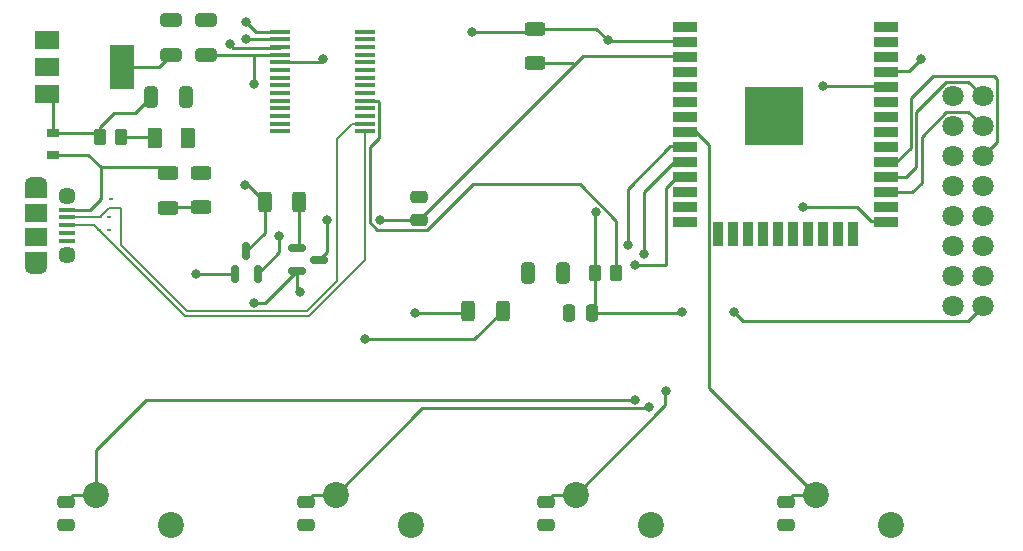
<source format=gtl>
G04 #@! TF.GenerationSoftware,KiCad,Pcbnew,(6.0.7)*
G04 #@! TF.CreationDate,2022-09-30T23:13:53-04:00*
G04 #@! TF.ProjectId,SH_controller_p,53485f63-6f6e-4747-926f-6c6c65725f70,rev?*
G04 #@! TF.SameCoordinates,Original*
G04 #@! TF.FileFunction,Copper,L1,Top*
G04 #@! TF.FilePolarity,Positive*
%FSLAX46Y46*%
G04 Gerber Fmt 4.6, Leading zero omitted, Abs format (unit mm)*
G04 Created by KiCad (PCBNEW (6.0.7)) date 2022-09-30 23:13:53*
%MOMM*%
%LPD*%
G01*
G04 APERTURE LIST*
G04 Aperture macros list*
%AMRoundRect*
0 Rectangle with rounded corners*
0 $1 Rounding radius*
0 $2 $3 $4 $5 $6 $7 $8 $9 X,Y pos of 4 corners*
0 Add a 4 corners polygon primitive as box body*
4,1,4,$2,$3,$4,$5,$6,$7,$8,$9,$2,$3,0*
0 Add four circle primitives for the rounded corners*
1,1,$1+$1,$2,$3*
1,1,$1+$1,$4,$5*
1,1,$1+$1,$6,$7*
1,1,$1+$1,$8,$9*
0 Add four rect primitives between the rounded corners*
20,1,$1+$1,$2,$3,$4,$5,0*
20,1,$1+$1,$4,$5,$6,$7,0*
20,1,$1+$1,$6,$7,$8,$9,0*
20,1,$1+$1,$8,$9,$2,$3,0*%
G04 Aperture macros list end*
G04 #@! TA.AperFunction,SMDPad,CuDef*
%ADD10R,2.000000X0.900000*%
G04 #@! TD*
G04 #@! TA.AperFunction,SMDPad,CuDef*
%ADD11R,0.900000X2.000000*%
G04 #@! TD*
G04 #@! TA.AperFunction,SMDPad,CuDef*
%ADD12R,5.000000X5.000000*%
G04 #@! TD*
G04 #@! TA.AperFunction,SMDPad,CuDef*
%ADD13RoundRect,0.250000X-0.262500X-0.450000X0.262500X-0.450000X0.262500X0.450000X-0.262500X0.450000X0*%
G04 #@! TD*
G04 #@! TA.AperFunction,ComponentPad*
%ADD14C,1.800000*%
G04 #@! TD*
G04 #@! TA.AperFunction,SMDPad,CuDef*
%ADD15R,0.360000X0.250000*%
G04 #@! TD*
G04 #@! TA.AperFunction,SMDPad,CuDef*
%ADD16RoundRect,0.250000X-0.475000X0.250000X-0.475000X-0.250000X0.475000X-0.250000X0.475000X0.250000X0*%
G04 #@! TD*
G04 #@! TA.AperFunction,SMDPad,CuDef*
%ADD17R,1.000000X0.800000*%
G04 #@! TD*
G04 #@! TA.AperFunction,SMDPad,CuDef*
%ADD18RoundRect,0.250000X-0.312500X-0.625000X0.312500X-0.625000X0.312500X0.625000X-0.312500X0.625000X0*%
G04 #@! TD*
G04 #@! TA.AperFunction,SMDPad,CuDef*
%ADD19R,2.000000X1.500000*%
G04 #@! TD*
G04 #@! TA.AperFunction,SMDPad,CuDef*
%ADD20R,2.000000X3.800000*%
G04 #@! TD*
G04 #@! TA.AperFunction,SMDPad,CuDef*
%ADD21RoundRect,0.250000X0.375000X0.625000X-0.375000X0.625000X-0.375000X-0.625000X0.375000X-0.625000X0*%
G04 #@! TD*
G04 #@! TA.AperFunction,SMDPad,CuDef*
%ADD22RoundRect,0.250000X0.650000X-0.325000X0.650000X0.325000X-0.650000X0.325000X-0.650000X-0.325000X0*%
G04 #@! TD*
G04 #@! TA.AperFunction,SMDPad,CuDef*
%ADD23RoundRect,0.250000X0.475000X-0.250000X0.475000X0.250000X-0.475000X0.250000X-0.475000X-0.250000X0*%
G04 #@! TD*
G04 #@! TA.AperFunction,SMDPad,CuDef*
%ADD24RoundRect,0.250000X-0.625000X0.312500X-0.625000X-0.312500X0.625000X-0.312500X0.625000X0.312500X0*%
G04 #@! TD*
G04 #@! TA.AperFunction,SMDPad,CuDef*
%ADD25RoundRect,0.150000X-0.587500X-0.150000X0.587500X-0.150000X0.587500X0.150000X-0.587500X0.150000X0*%
G04 #@! TD*
G04 #@! TA.AperFunction,SMDPad,CuDef*
%ADD26RoundRect,0.150000X0.150000X-0.587500X0.150000X0.587500X-0.150000X0.587500X-0.150000X-0.587500X0*%
G04 #@! TD*
G04 #@! TA.AperFunction,SMDPad,CuDef*
%ADD27R,1.750000X0.450000*%
G04 #@! TD*
G04 #@! TA.AperFunction,SMDPad,CuDef*
%ADD28RoundRect,0.250000X-0.325000X-0.650000X0.325000X-0.650000X0.325000X0.650000X-0.325000X0.650000X0*%
G04 #@! TD*
G04 #@! TA.AperFunction,SMDPad,CuDef*
%ADD29RoundRect,0.250000X0.625000X-0.312500X0.625000X0.312500X-0.625000X0.312500X-0.625000X-0.312500X0*%
G04 #@! TD*
G04 #@! TA.AperFunction,SMDPad,CuDef*
%ADD30R,1.350000X0.400000*%
G04 #@! TD*
G04 #@! TA.AperFunction,ComponentPad*
%ADD31C,1.450000*%
G04 #@! TD*
G04 #@! TA.AperFunction,ComponentPad*
%ADD32O,1.900000X1.200000*%
G04 #@! TD*
G04 #@! TA.AperFunction,SMDPad,CuDef*
%ADD33R,1.900000X1.500000*%
G04 #@! TD*
G04 #@! TA.AperFunction,SMDPad,CuDef*
%ADD34R,1.900000X1.200000*%
G04 #@! TD*
G04 #@! TA.AperFunction,SMDPad,CuDef*
%ADD35RoundRect,0.250000X0.250000X0.475000X-0.250000X0.475000X-0.250000X-0.475000X0.250000X-0.475000X0*%
G04 #@! TD*
G04 #@! TA.AperFunction,ComponentPad*
%ADD36C,2.200000*%
G04 #@! TD*
G04 #@! TA.AperFunction,ViaPad*
%ADD37C,0.800000*%
G04 #@! TD*
G04 #@! TA.AperFunction,Conductor*
%ADD38C,0.250000*%
G04 #@! TD*
G04 #@! TA.AperFunction,Conductor*
%ADD39C,0.200000*%
G04 #@! TD*
G04 APERTURE END LIST*
D10*
X131210000Y-40140000D03*
X131210000Y-41410000D03*
X131210000Y-42680000D03*
X131210000Y-43950000D03*
X131210000Y-45220000D03*
X131210000Y-46490000D03*
X131210000Y-47760000D03*
X131210000Y-49030000D03*
X131210000Y-50300000D03*
X131210000Y-51570000D03*
X131210000Y-52840000D03*
X131210000Y-54110000D03*
X131210000Y-55380000D03*
X131210000Y-56650000D03*
D11*
X133995000Y-57650000D03*
X135265000Y-57650000D03*
X136535000Y-57650000D03*
X137805000Y-57650000D03*
X139075000Y-57650000D03*
X140345000Y-57650000D03*
X141615000Y-57650000D03*
X142885000Y-57650000D03*
X144155000Y-57650000D03*
X145425000Y-57650000D03*
D10*
X148210000Y-56650000D03*
X148210000Y-55380000D03*
X148210000Y-54110000D03*
X148210000Y-52840000D03*
X148210000Y-51570000D03*
X148210000Y-50300000D03*
X148210000Y-49030000D03*
X148210000Y-47760000D03*
X148210000Y-46490000D03*
X148210000Y-45220000D03*
X148210000Y-43950000D03*
X148210000Y-42680000D03*
X148210000Y-41410000D03*
X148210000Y-40140000D03*
D12*
X138710000Y-47640000D03*
D13*
X123547500Y-60960000D03*
X125372500Y-60960000D03*
D14*
X153845000Y-63755000D03*
X156385000Y-63755000D03*
X153845000Y-61215000D03*
X156425000Y-61215000D03*
X153845000Y-58675000D03*
X156425000Y-58675000D03*
X153845000Y-56135000D03*
X156385000Y-56135000D03*
X153845000Y-53595000D03*
X156425000Y-53595000D03*
X153845000Y-51055000D03*
X156425000Y-51055000D03*
X153845000Y-48515000D03*
X156385000Y-48515000D03*
X153845000Y-45975000D03*
X156385000Y-45975000D03*
D15*
X81732500Y-54670000D03*
X82572500Y-54670000D03*
D16*
X139700000Y-80330000D03*
X139700000Y-82230000D03*
D17*
X77700000Y-49050000D03*
X77700000Y-50950000D03*
D18*
X95617500Y-54930000D03*
X98542500Y-54930000D03*
D19*
X77190000Y-41190000D03*
X77190000Y-43490000D03*
D20*
X83490000Y-43490000D03*
D19*
X77190000Y-45790000D03*
D16*
X99060000Y-80330000D03*
X99060000Y-82230000D03*
X119380000Y-80330000D03*
X119380000Y-82230000D03*
D21*
X89140000Y-49510000D03*
X86340000Y-49510000D03*
D18*
X112837500Y-64130000D03*
X115762500Y-64130000D03*
D22*
X87650000Y-42465000D03*
X87650000Y-39515000D03*
D23*
X108630000Y-56430000D03*
X108630000Y-54530000D03*
D24*
X87430000Y-52487500D03*
X87430000Y-55412500D03*
D25*
X98342500Y-58840000D03*
X98342500Y-60740000D03*
X100217500Y-59790000D03*
D13*
X81647500Y-49410000D03*
X83472500Y-49410000D03*
D26*
X93090000Y-60977500D03*
X94990000Y-60977500D03*
X94040000Y-59102500D03*
D15*
X82440000Y-57310000D03*
X81600000Y-57310000D03*
D16*
X78740000Y-80330000D03*
X78740000Y-82230000D03*
D27*
X96880000Y-40495000D03*
X96880000Y-41145000D03*
X96880000Y-41795000D03*
X96880000Y-42445000D03*
X96880000Y-43095000D03*
X96880000Y-43745000D03*
X96880000Y-44395000D03*
X96880000Y-45045000D03*
X96880000Y-45695000D03*
X96880000Y-46345000D03*
X96880000Y-46995000D03*
X96880000Y-47645000D03*
X96880000Y-48295000D03*
X96880000Y-48945000D03*
X104080000Y-48945000D03*
X104080000Y-48295000D03*
X104080000Y-47645000D03*
X104080000Y-46995000D03*
X104080000Y-46345000D03*
X104080000Y-45695000D03*
X104080000Y-45045000D03*
X104080000Y-44395000D03*
X104080000Y-43745000D03*
X104080000Y-43095000D03*
X104080000Y-42445000D03*
X104080000Y-41795000D03*
X104080000Y-41145000D03*
X104080000Y-40495000D03*
D28*
X85955000Y-46060000D03*
X88905000Y-46060000D03*
D29*
X90230000Y-55352500D03*
X90230000Y-52427500D03*
D30*
X78900000Y-55580000D03*
X78900000Y-56230000D03*
X78900000Y-56880000D03*
X78900000Y-57530000D03*
X78900000Y-58180000D03*
D31*
X78900000Y-59380000D03*
D32*
X76200000Y-53380000D03*
D31*
X78900000Y-54380000D03*
D33*
X76200000Y-57880000D03*
D34*
X76200000Y-59780000D03*
X76200000Y-53980000D03*
D33*
X76200000Y-55880000D03*
D32*
X76200000Y-60380000D03*
D24*
X118520000Y-40247500D03*
X118520000Y-43172500D03*
D15*
X82457500Y-56220000D03*
X81617500Y-56220000D03*
D22*
X90610000Y-42445000D03*
X90610000Y-39495000D03*
D28*
X117905000Y-60960000D03*
X120855000Y-60960000D03*
D35*
X123280000Y-64300000D03*
X121380000Y-64300000D03*
D36*
X101600000Y-79715000D03*
X107950000Y-82255000D03*
X81280000Y-79715000D03*
X87630000Y-82255000D03*
X121920000Y-79715000D03*
X128270000Y-82255000D03*
X142240000Y-79715000D03*
X148590000Y-82255000D03*
D37*
X135370000Y-64270000D03*
X130940000Y-64270000D03*
X129590000Y-70920000D03*
X126330000Y-58544500D03*
X128140000Y-72280000D03*
X127720000Y-59360000D03*
X126990000Y-71660000D03*
X126960000Y-60280000D03*
X124640000Y-41240000D03*
X123640000Y-55790000D03*
X113140000Y-40520000D03*
X123547500Y-60960000D03*
X94680000Y-44900000D03*
X100870000Y-56470000D03*
X105330000Y-56420000D03*
X98570000Y-62570000D03*
X94720000Y-63430000D03*
X108320000Y-64320000D03*
X92620000Y-41570000D03*
X96790000Y-57820000D03*
X141200000Y-55320000D03*
X93900000Y-53520000D03*
X94050000Y-41130000D03*
X142870000Y-45070000D03*
X100560000Y-42850000D03*
X151190000Y-42770000D03*
X94040000Y-39640000D03*
X104130000Y-66550000D03*
X89810000Y-60980000D03*
D38*
X155160000Y-64980000D02*
X156385000Y-63755000D01*
X136080000Y-64980000D02*
X155160000Y-64980000D01*
X135370000Y-64270000D02*
X136080000Y-64980000D01*
X123280000Y-64300000D02*
X130910000Y-64300000D01*
X130910000Y-64300000D02*
X130940000Y-64270000D01*
X149060000Y-51570000D02*
X148210000Y-51570000D01*
X150290000Y-50340000D02*
X149060000Y-51570000D01*
X150290000Y-46110000D02*
X150290000Y-50340000D01*
X152170000Y-44230000D02*
X150290000Y-46110000D01*
X157312866Y-44230000D02*
X152170000Y-44230000D01*
X157610000Y-44527134D02*
X157312866Y-44230000D01*
X157610000Y-49870000D02*
X157610000Y-44527134D01*
X156425000Y-51055000D02*
X157610000Y-49870000D01*
X150370000Y-54110000D02*
X148210000Y-54110000D01*
X151210000Y-53270000D02*
X150370000Y-54110000D01*
X151210000Y-49400000D02*
X151210000Y-53270000D01*
X153320000Y-47290000D02*
X151210000Y-49400000D01*
X156385000Y-48515000D02*
X155160000Y-47290000D01*
X155160000Y-47290000D02*
X153320000Y-47290000D01*
X150740000Y-51990000D02*
X149890000Y-52840000D01*
X150740000Y-47285000D02*
X150740000Y-51990000D01*
X149890000Y-52840000D02*
X148210000Y-52840000D01*
X155160000Y-44750000D02*
X153275000Y-44750000D01*
X153275000Y-44750000D02*
X150740000Y-47285000D01*
X156385000Y-45975000D02*
X155160000Y-44750000D01*
X142240000Y-79715000D02*
X133210000Y-70685000D01*
X132030000Y-48895000D02*
X131200000Y-48895000D01*
X133210000Y-50075000D02*
X132030000Y-48895000D01*
X133210000Y-70685000D02*
X133210000Y-50075000D01*
X142240000Y-79715000D02*
X142240000Y-78740000D01*
X139700000Y-80330000D02*
X140315000Y-79715000D01*
X140315000Y-79715000D02*
X142240000Y-79715000D01*
X119995000Y-79715000D02*
X121920000Y-79715000D01*
X126330000Y-53785000D02*
X129950000Y-50165000D01*
X121920000Y-79715000D02*
X129490000Y-72145000D01*
X129490000Y-71020000D02*
X129590000Y-70920000D01*
X129490000Y-71160000D02*
X129490000Y-71020000D01*
X126330000Y-58544500D02*
X126330000Y-53785000D01*
X129490000Y-72145000D02*
X129490000Y-71160000D01*
X119380000Y-80330000D02*
X119995000Y-79715000D01*
X129950000Y-50165000D02*
X131200000Y-50165000D01*
X99675000Y-79715000D02*
X101600000Y-79715000D01*
X128035000Y-72385000D02*
X128140000Y-72280000D01*
X130370000Y-51435000D02*
X131200000Y-51435000D01*
X127720000Y-54085000D02*
X130370000Y-51435000D01*
X108930000Y-72385000D02*
X128035000Y-72385000D01*
X101600000Y-79715000D02*
X108930000Y-72385000D01*
X99060000Y-80330000D02*
X99675000Y-79715000D01*
X127720000Y-59360000D02*
X127720000Y-54085000D01*
X81280000Y-75890000D02*
X84410000Y-72760000D01*
X81280000Y-79715000D02*
X81280000Y-75890000D01*
X85510000Y-71660000D02*
X126990000Y-71660000D01*
X126960000Y-60280000D02*
X129535000Y-60280000D01*
X79355000Y-79715000D02*
X81280000Y-79715000D01*
X129535000Y-53725000D02*
X130555000Y-52705000D01*
X129535000Y-60280000D02*
X129535000Y-53725000D01*
X78740000Y-80330000D02*
X79355000Y-79715000D01*
X130555000Y-52705000D02*
X131200000Y-52705000D01*
X84410000Y-72760000D02*
X85510000Y-71660000D01*
X123547500Y-60960000D02*
X123547500Y-64032500D01*
X94725000Y-42445000D02*
X96880000Y-42445000D01*
X124675000Y-41275000D02*
X124640000Y-41240000D01*
X123547500Y-55882500D02*
X123547500Y-60960000D01*
X123647500Y-40247500D02*
X118520000Y-40247500D01*
X123547500Y-64032500D02*
X123280000Y-64300000D01*
X123640000Y-55790000D02*
X123547500Y-55882500D01*
X90610000Y-42445000D02*
X94725000Y-42445000D01*
X113140000Y-40520000D02*
X118247500Y-40520000D01*
X83490000Y-43490000D02*
X86625000Y-43490000D01*
X118247500Y-40520000D02*
X118520000Y-40247500D01*
X94725000Y-44855000D02*
X94680000Y-44900000D01*
X86625000Y-43490000D02*
X87650000Y-42465000D01*
X124640000Y-41240000D02*
X123647500Y-40247500D01*
X131200000Y-41275000D02*
X124675000Y-41275000D01*
X94725000Y-42445000D02*
X94725000Y-44855000D01*
X118520000Y-43172500D02*
X121642500Y-43172500D01*
X108630000Y-56430000D02*
X121765000Y-43295000D01*
X108620000Y-56420000D02*
X108630000Y-56430000D01*
X122515000Y-42545000D02*
X131200000Y-42545000D01*
X121765000Y-43295000D02*
X122515000Y-42545000D01*
X105330000Y-56420000D02*
X108620000Y-56420000D01*
X121642500Y-43172500D02*
X121765000Y-43295000D01*
X100217500Y-59790000D02*
X100870000Y-59137500D01*
X100870000Y-59137500D02*
X100870000Y-56470000D01*
X77700000Y-49050000D02*
X81287500Y-49050000D01*
X81287500Y-49050000D02*
X81647500Y-49410000D01*
X82850000Y-47360000D02*
X81647500Y-48562500D01*
X77700000Y-49050000D02*
X77700000Y-46300000D01*
X84655000Y-47360000D02*
X82850000Y-47360000D01*
X77700000Y-46300000D02*
X77190000Y-45790000D01*
X81647500Y-48562500D02*
X81647500Y-49410000D01*
X85955000Y-46060000D02*
X84655000Y-47360000D01*
X81732500Y-54670000D02*
X81732500Y-52022500D01*
X78900000Y-55580000D02*
X80822500Y-55580000D01*
X81732500Y-52022500D02*
X81700000Y-51990000D01*
X81700000Y-51990000D02*
X80660000Y-50950000D01*
X81700000Y-51990000D02*
X86932500Y-51990000D01*
X80660000Y-50950000D02*
X77700000Y-50950000D01*
X86932500Y-51990000D02*
X87430000Y-52487500D01*
X80822500Y-55580000D02*
X81732500Y-54670000D01*
D39*
X78900000Y-56880000D02*
X81170000Y-56880000D01*
X104080000Y-59810000D02*
X104080000Y-48945000D01*
X88820001Y-64530000D02*
X99360000Y-64530000D01*
X81170000Y-56880000D02*
X81600000Y-57310000D01*
X81600000Y-57310000D02*
X88820001Y-64530000D01*
X99360000Y-64530000D02*
X104080000Y-59810000D01*
X103030000Y-48295000D02*
X104080000Y-48295000D01*
X99180000Y-64130000D02*
X101730000Y-61580000D01*
X88985686Y-64130000D02*
X99180000Y-64130000D01*
X101730000Y-49595000D02*
X103030000Y-48295000D01*
X81607500Y-56230000D02*
X81617500Y-56220000D01*
X82377500Y-55460000D02*
X83440000Y-55460000D01*
X83440000Y-58584314D02*
X88985686Y-64130000D01*
X78900000Y-56230000D02*
X81607500Y-56230000D01*
X101730000Y-61580000D02*
X101730000Y-49595000D01*
X81617500Y-56220000D02*
X82377500Y-55460000D01*
X83440000Y-55460000D02*
X83440000Y-58584314D01*
D38*
X86240000Y-49410000D02*
X86340000Y-49510000D01*
X83472500Y-49410000D02*
X86240000Y-49410000D01*
X112647500Y-64320000D02*
X112837500Y-64130000D01*
X108320000Y-64320000D02*
X112647500Y-64320000D01*
X98342500Y-62342500D02*
X98570000Y-62570000D01*
X96880000Y-41795000D02*
X96820000Y-41855000D01*
X92905000Y-41855000D02*
X92620000Y-41570000D01*
X95652500Y-63430000D02*
X98342500Y-60740000D01*
X98342500Y-60740000D02*
X98342500Y-62342500D01*
X94720000Y-63430000D02*
X95652500Y-63430000D01*
X96820000Y-41855000D02*
X92905000Y-41855000D01*
X145755000Y-55320000D02*
X146950000Y-56515000D01*
X146950000Y-56515000D02*
X148200000Y-56515000D01*
X141200000Y-55320000D02*
X145755000Y-55320000D01*
X96790000Y-59177500D02*
X96790000Y-57820000D01*
X94990000Y-60977500D02*
X96790000Y-59177500D01*
X93900000Y-53520000D02*
X94207500Y-53520000D01*
X94207500Y-53520000D02*
X95617500Y-54930000D01*
X96880000Y-41145000D02*
X94065000Y-41145000D01*
X95617500Y-54930000D02*
X95617500Y-57525000D01*
X95617500Y-57525000D02*
X94040000Y-59102500D01*
X94065000Y-41145000D02*
X94050000Y-41130000D01*
X122275305Y-53400000D02*
X113198173Y-53400000D01*
X125372500Y-60960000D02*
X125372500Y-56497195D01*
X105280000Y-49495000D02*
X105280000Y-46445000D01*
X104505000Y-56620305D02*
X104505000Y-50270000D01*
X105180000Y-46345000D02*
X104080000Y-46345000D01*
X109343173Y-57255000D02*
X105139695Y-57255000D01*
X105280000Y-46445000D02*
X105180000Y-46345000D01*
X105139695Y-57255000D02*
X104505000Y-56620305D01*
X104505000Y-50270000D02*
X105280000Y-49495000D01*
X113198173Y-53400000D02*
X109343173Y-57255000D01*
X125372500Y-56497195D02*
X122275305Y-53400000D01*
X87490000Y-55352500D02*
X90230000Y-55352500D01*
X87430000Y-55412500D02*
X87490000Y-55352500D01*
X100315000Y-43095000D02*
X100560000Y-42850000D01*
X142885000Y-45085000D02*
X148200000Y-45085000D01*
X142870000Y-45070000D02*
X142885000Y-45085000D01*
X96880000Y-43095000D02*
X100315000Y-43095000D01*
X151190000Y-42770000D02*
X150145000Y-43815000D01*
X96880000Y-40495000D02*
X94895000Y-40495000D01*
X94895000Y-40495000D02*
X94040000Y-39640000D01*
X150145000Y-43815000D02*
X148200000Y-43815000D01*
X98542500Y-58640000D02*
X98342500Y-58840000D01*
X98542500Y-54930000D02*
X98542500Y-58640000D01*
X104130000Y-66550000D02*
X113342500Y-66550000D01*
X113342500Y-66550000D02*
X115762500Y-64130000D01*
X93087500Y-60980000D02*
X89810000Y-60980000D01*
X93090000Y-60977500D02*
X93087500Y-60980000D01*
M02*

</source>
